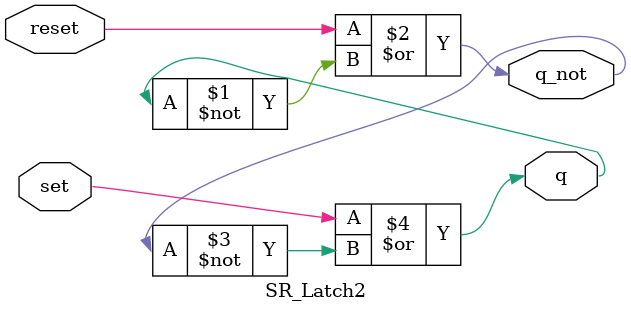
<source format=sv>
/* Generated by Yosys 0.38+113 (git sha1 91fbd5898, clang++ 14.0.0-1ubuntu1.1 -fPIC -Os) */

(* top =  1  *)
(* src = "sr_latch2.sv:1.1-6.10" *)
module SR_Latch2(set, reset, q, q_not);
  (* src = "sr_latch2.sv:1.67-1.68" *)
  output q;
  wire q;
  (* src = "sr_latch2.sv:1.83-1.88" *)
  output q_not;
  wire q_not;
  (* src = "sr_latch2.sv:1.47-1.52" *)
  input reset;
  wire reset;
  (* src = "sr_latch2.sv:1.30-1.33" *)
  input set;
  wire set;
  assign q_not = reset | ~(q);
  assign q = set | ~(q_not);
endmodule

</source>
